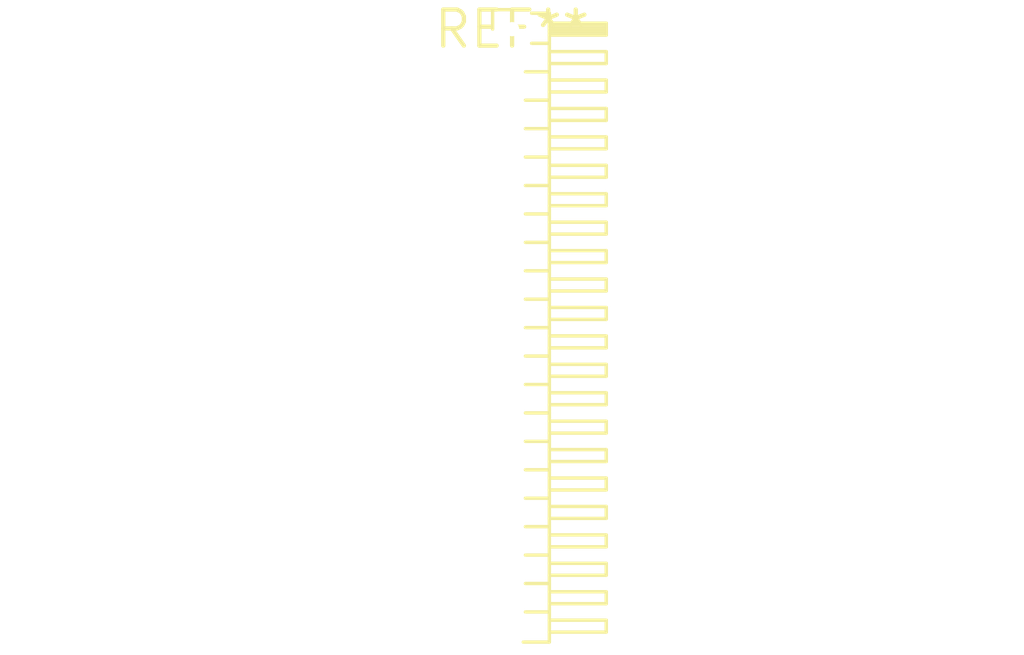
<source format=kicad_pcb>
(kicad_pcb (version 20240108) (generator pcbnew)
  (layers (0 "F.Cu" signal) (31 "B.Cu" signal) (34 "B.Paste" user) (35 "F.Paste" user) (36 "B.SilkS" user "B.Silkscreen") (37 "F.SilkS" user "F.Silkscreen") (38 "B.Mask" user) (39 "F.Mask" user) (44 "Edge.Cuts" user))
  (net 0 "")
  (footprint "PinHeader_1x22_P1.00mm_Horizontal" (layer "F.Cu") (at 0 0)
    (property "Reference" "REF**")
    (property "Value" "PinHeader_1x22_P1.00mm_Horizontal")
    (fp_line (start -0.685 -0.685) (end 0 -0.685) (layer "F.SilkS") (stroke (width 0.12)))
    (fp_line (start -0.685 0) (end -0.685 -0.685) (layer "F.SilkS") (stroke (width 0.12)))
    (fp_line (start 0.468215 1.5) (end 1.31 1.5) (layer "F.SilkS") (stroke (width 0.12)))
    (fp_line (start 0.468215 2.5) (end 1.31 2.5) (layer "F.SilkS") (stroke (width 0.12)))
    (fp_line (start 0.468215 3.5) (end 1.31 3.5) (layer "F.SilkS") (stroke (width 0.12)))
    (fp_line (start 0.468215 4.5) (end 1.31 4.5) (layer "F.SilkS") (stroke (width 0.12)))
    (fp_line (start 0.468215 5.5) (end 1.31 5.5) (layer "F.SilkS") (stroke (width 0.12)))
    (fp_line (start 0.468215 6.5) (end 1.31 6.5) (layer "F.SilkS") (stroke (width 0.12)))
    (fp_line (start 0.468215 7.5) (end 1.31 7.5) (layer "F.SilkS") (stroke (width 0.12)))
    (fp_line (start 0.468215 8.5) (end 1.31 8.5) (layer "F.SilkS") (stroke (width 0.12)))
    (fp_line (start 0.468215 9.5) (end 1.31 9.5) (layer "F.SilkS") (stroke (width 0.12)))
    (fp_line (start 0.468215 10.5) (end 1.31 10.5) (layer "F.SilkS") (stroke (width 0.12)))
    (fp_line (start 0.468215 11.5) (end 1.31 11.5) (layer "F.SilkS") (stroke (width 0.12)))
    (fp_line (start 0.468215 12.5) (end 1.31 12.5) (layer "F.SilkS") (stroke (width 0.12)))
    (fp_line (start 0.468215 13.5) (end 1.31 13.5) (layer "F.SilkS") (stroke (width 0.12)))
    (fp_line (start 0.468215 14.5) (end 1.31 14.5) (layer "F.SilkS") (stroke (width 0.12)))
    (fp_line (start 0.468215 15.5) (end 1.31 15.5) (layer "F.SilkS") (stroke (width 0.12)))
    (fp_line (start 0.468215 16.5) (end 1.31 16.5) (layer "F.SilkS") (stroke (width 0.12)))
    (fp_line (start 0.468215 17.5) (end 1.31 17.5) (layer "F.SilkS") (stroke (width 0.12)))
    (fp_line (start 0.468215 18.5) (end 1.31 18.5) (layer "F.SilkS") (stroke (width 0.12)))
    (fp_line (start 0.468215 19.5) (end 1.31 19.5) (layer "F.SilkS") (stroke (width 0.12)))
    (fp_line (start 0.468215 20.5) (end 1.31 20.5) (layer "F.SilkS") (stroke (width 0.12)))
    (fp_line (start 0.685 -0.56) (end 1.31 -0.56) (layer "F.SilkS") (stroke (width 0.12)))
    (fp_line (start 0.685 0.5) (end 1.31 0.5) (layer "F.SilkS") (stroke (width 0.12)))
    (fp_line (start 1.31 -0.56) (end 1.31 21.56) (layer "F.SilkS") (stroke (width 0.12)))
    (fp_line (start 1.31 -0.21) (end 3.31 -0.21) (layer "F.SilkS") (stroke (width 0.12)))
    (fp_line (start 1.31 -0.15) (end 3.31 -0.15) (layer "F.SilkS") (stroke (width 0.12)))
    (fp_line (start 1.31 -0.03) (end 3.31 -0.03) (layer "F.SilkS") (stroke (width 0.12)))
    (fp_line (start 1.31 0.09) (end 3.31 0.09) (layer "F.SilkS") (stroke (width 0.12)))
    (fp_line (start 1.31 0.79) (end 3.31 0.79) (layer "F.SilkS") (stroke (width 0.12)))
    (fp_line (start 1.31 1.79) (end 3.31 1.79) (layer "F.SilkS") (stroke (width 0.12)))
    (fp_line (start 1.31 2.79) (end 3.31 2.79) (layer "F.SilkS") (stroke (width 0.12)))
    (fp_line (start 1.31 3.79) (end 3.31 3.79) (layer "F.SilkS") (stroke (width 0.12)))
    (fp_line (start 1.31 4.79) (end 3.31 4.79) (layer "F.SilkS") (stroke (width 0.12)))
    (fp_line (start 1.31 5.79) (end 3.31 5.79) (layer "F.SilkS") (stroke (width 0.12)))
    (fp_line (start 1.31 6.79) (end 3.31 6.79) (layer "F.SilkS") (stroke (width 0.12)))
    (fp_line (start 1.31 7.79) (end 3.31 7.79) (layer "F.SilkS") (stroke (width 0.12)))
    (fp_line (start 1.31 8.79) (end 3.31 8.79) (layer "F.SilkS") (stroke (width 0.12)))
    (fp_line (start 1.31 9.79) (end 3.31 9.79) (layer "F.SilkS") (stroke (width 0.12)))
    (fp_line (start 1.31 10.79) (end 3.31 10.79) (layer "F.SilkS") (stroke (width 0.12)))
    (fp_line (start 1.31 11.79) (end 3.31 11.79) (layer "F.SilkS") (stroke (width 0.12)))
    (fp_line (start 1.31 12.79) (end 3.31 12.79) (layer "F.SilkS") (stroke (width 0.12)))
    (fp_line (start 1.31 13.79) (end 3.31 13.79) (layer "F.SilkS") (stroke (width 0.12)))
    (fp_line (start 1.31 14.79) (end 3.31 14.79) (layer "F.SilkS") (stroke (width 0.12)))
    (fp_line (start 1.31 15.79) (end 3.31 15.79) (layer "F.SilkS") (stroke (width 0.12)))
    (fp_line (start 1.31 16.79) (end 3.31 16.79) (layer "F.SilkS") (stroke (width 0.12)))
    (fp_line (start 1.31 17.79) (end 3.31 17.79) (layer "F.SilkS") (stroke (width 0.12)))
    (fp_line (start 1.31 18.79) (end 3.31 18.79) (layer "F.SilkS") (stroke (width 0.12)))
    (fp_line (start 1.31 19.79) (end 3.31 19.79) (layer "F.SilkS") (stroke (width 0.12)))
    (fp_line (start 1.31 20.79) (end 3.31 20.79) (layer "F.SilkS") (stroke (width 0.12)))
    (fp_line (start 1.31 21.56) (end 0.394493 21.56) (layer "F.SilkS") (stroke (width 0.12)))
    (fp_line (start 3.31 -0.21) (end 3.31 0.21) (layer "F.SilkS") (stroke (width 0.12)))
    (fp_line (start 3.31 0.21) (end 1.31 0.21) (layer "F.SilkS") (stroke (width 0.12)))
    (fp_line (start 3.31 0.79) (end 3.31 1.21) (layer "F.SilkS") (stroke (width 0.12)))
    (fp_line (start 3.31 1.21) (end 1.31 1.21) (layer "F.SilkS") (stroke (width 0.12)))
    (fp_line (start 3.31 1.79) (end 3.31 2.21) (layer "F.SilkS") (stroke (width 0.12)))
    (fp_line (start 3.31 2.21) (end 1.31 2.21) (layer "F.SilkS") (stroke (width 0.12)))
    (fp_line (start 3.31 2.79) (end 3.31 3.21) (layer "F.SilkS") (stroke (width 0.12)))
    (fp_line (start 3.31 3.21) (end 1.31 3.21) (layer "F.SilkS") (stroke (width 0.12)))
    (fp_line (start 3.31 3.79) (end 3.31 4.21) (layer "F.SilkS") (stroke (width 0.12)))
    (fp_line (start 3.31 4.21) (end 1.31 4.21) (layer "F.SilkS") (stroke (width 0.12)))
    (fp_line (start 3.31 4.79) (end 3.31 5.21) (layer "F.SilkS") (stroke (width 0.12)))
    (fp_line (start 3.31 5.21) (end 1.31 5.21) (layer "F.SilkS") (stroke (width 0.12)))
    (fp_line (start 3.31 5.79) (end 3.31 6.21) (layer "F.SilkS") (stroke (width 0.12)))
    (fp_line (start 3.31 6.21) (end 1.31 6.21) (layer "F.SilkS") (stroke (width 0.12)))
    (fp_line (start 3.31 6.79) (end 3.31 7.21) (layer "F.SilkS") (stroke (width 0.12)))
    (fp_line (start 3.31 7.21) (end 1.31 7.21) (layer "F.SilkS") (stroke (width 0.12)))
    (fp_line (start 3.31 7.79) (end 3.31 8.21) (layer "F.SilkS") (stroke (width 0.12)))
    (fp_line (start 3.31 8.21) (end 1.31 8.21) (layer "F.SilkS") (stroke (width 0.12)))
    (fp_line (start 3.31 8.79) (end 3.31 9.21) (layer "F.SilkS") (stroke (width 0.12)))
    (fp_line (start 3.31 9.21) (end 1.31 9.21) (layer "F.SilkS") (stroke (width 0.12)))
    (fp_line (start 3.31 9.79) (end 3.31 10.21) (layer "F.SilkS") (stroke (width 0.12)))
    (fp_line (start 3.31 10.21) (end 1.31 10.21) (layer "F.SilkS") (stroke (width 0.12)))
    (fp_line (start 3.31 10.79) (end 3.31 11.21) (layer "F.SilkS") (stroke (width 0.12)))
    (fp_line (start 3.31 11.21) (end 1.31 11.21) (layer "F.SilkS") (stroke (width 0.12)))
    (fp_line (start 3.31 11.79) (end 3.31 12.21) (layer "F.SilkS") (stroke (width 0.12)))
    (fp_line (start 3.31 12.21) (end 1.31 12.21) (layer "F.SilkS") (stroke (width 0.12)))
    (fp_line (start 3.31 12.79) (end 3.31 13.21) (layer "F.SilkS") (stroke (width 0.12)))
    (fp_line (start 3.31 13.21) (end 1.31 13.21) (layer "F.SilkS") (stroke (width 0.12)))
    (fp_line (start 3.31 13.79) (end 3.31 14.21) (layer "F.SilkS") (stroke (width 0.12)))
    (fp_line (start 3.31 14.21) (end 1.31 14.21) (layer "F.SilkS") (stroke (width 0.12)))
    (fp_line (start 3.31 14.79) (end 3.31 15.21) (layer "F.SilkS") (stroke (width 0.12)))
    (fp_line (start 3.31 15.21) (end 1.31 15.21) (layer "F.SilkS") (stroke (width 0.12)))
    (fp_line (start 3.31 15.79) (end 3.31 16.21) (layer "F.SilkS") (stroke (width 0.12)))
    (fp_line (start 3.31 16.21) (end 1.31 16.21) (layer "F.SilkS") (stroke (width 0.12)))
    (fp_line (start 3.31 16.79) (end 3.31 17.21) (layer "F.SilkS") (stroke (width 0.12)))
    (fp_line (start 3.31 17.21) (end 1.31 17.21) (layer "F.SilkS") (stroke (width 0.12)))
    (fp_line (start 3.31 17.79) (end 3.31 18.21) (layer "F.SilkS") (stroke (width 0.12)))
    (fp_line (start 3.31 18.21) (end 1.31 18.21) (layer "F.SilkS") (stroke (width 0.12)))
    (fp_line (start 3.31 18.79) (end 3.31 19.21) (layer "F.SilkS") (stroke (width 0.12)))
    (fp_line (start 3.31 19.21) (end 1.31 19.21) (layer "F.SilkS") (stroke (width 0.12)))
    (fp_line (start 3.31 19.79) (end 3.31 20.21) (layer "F.SilkS") (stroke (width 0.12)))
    (fp_line (start 3.31 20.21) (end 1.31 20.21) (layer "F.SilkS") (stroke (width 0.12)))
    (fp_line (start 3.31 20.79) (end 3.31 21.21) (layer "F.SilkS") (stroke (width 0.12)))
    (fp_line (start 3.31 21.21) (end 1.31 21.21) (layer "F.SilkS") (stroke (width 0.12)))
    (pad "1" thru_hole rect (at 0 0) (size 0.85 0.85) (drill 0.5) (layers *.Cu *.Mask) (remove_unused_layers))
    (pad "2" thru_hole oval (at 0 1) (size 0.85 0.85) (drill 0.5) (layers *.Cu *.Mask) (remove_unused_layers))
    (pad "3" thru_hole oval (at 0 2) (size 0.85 0.85) (drill 0.5) (layers *.Cu *.Mask) (remove_unused_layers))
    (pad "4" thru_hole oval (at 0 3) (size 0.85 0.85) (drill 0.5) (layers *.Cu *.Mask) (remove_unused_layers))
    (pad "5" thru_hole oval (at 0 4) (size 0.85 0.85) (drill 0.5) (layers *.Cu *.Mask) (remove_unused_layers))
    (pad "6" thru_hole oval (at 0 5) (size 0.85 0.85) (drill 0.5) (layers *.Cu *.Mask) (remove_unused_layers))
    (pad "7" thru_hole oval (at 0 6) (size 0.85 0.85) (drill 0.5) (layers *.Cu *.Mask) (remove_unused_layers))
    (pad "8" thru_hole oval (at 0 7) (size 0.85 0.85) (drill 0.5) (layers *.Cu *.Mask) (remove_unused_layers))
    (pad "9" thru_hole oval (at 0 8) (size 0.85 0.85) (drill 0.5) (layers *.Cu *.Mask) (remove_unused_layers))
    (pad "10" thru_hole oval (at 0 9) (size 0.85 0.85) (drill 0.5) (layers *.Cu *.Mask) (remove_unused_layers))
    (pad "11" thru_hole oval (at 0 10) (size 0.85 0.85) (drill 0.5) (layers *.Cu *.Mask) (remove_unused_layers))
    (pad "12" thru_hole oval (at 0 11) (size 0.85 0.85) (drill 0.5) (layers *.Cu *.Mask) (remove_unused_layers))
    (pad "13" thru_hole oval (at 0 12) (size 0.85 0.85) (drill 0.5) (layers *.Cu *.Mask) (remove_unused_layers))
    (pad "14" thru_hole oval (at 0 13) (size 0.85 0.85) (drill 0.5) (layers *.Cu *.Mask) (remove_unused_layers))
    (pad "15" thru_hole oval (at 0 14) (size 0.85 0.85) (drill 0.5) (layers *.Cu *.Mask) (remove_unused_layers))
    (pad "16" thru_hole oval (at 0 15) (size 0.85 0.85) (drill 0.5) (layers *.Cu *.Mask) (remove_unused_layers))
    (pad "17" thru_hole oval (at 0 16) (size 0.85 0.85) (drill 0.5) (layers *.Cu *.Mask) (remove_unused_layers))
    (pad "18" thru_hole oval (at 0 17) (size 0.85 0.85) (drill 0.5) (layers *.Cu *.Mask) (remove_unused_layers))
    (pad "19" thru_hole oval (at 0 18) (size 0.85 0.85) (drill 0.5) (layers *.Cu *.Mask) (remove_unused_layers))
    (pad "20" thru_hole oval (at 0 19) (size 0.85 0.85) (drill 0.5) (layers *.Cu *.Mask) (remove_unused_layers))
    (pad "21" thru_hole oval (at 0 20) (size 0.85 0.85) (drill 0.5) (layers *.Cu *.Mask) (remove_unused_layers))
    (pad "22" thru_hole oval (at 0 21) (size 0.85 0.85) (drill 0.5) (layers *.Cu *.Mask) (remove_unused_layers))
  )
)
</source>
